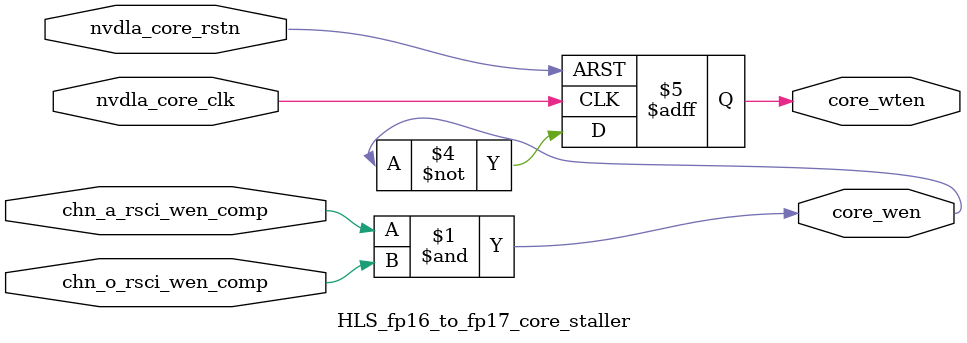
<source format=v>
module HLS_fp16_to_fp17_core_staller (
  nvdla_core_clk, nvdla_core_rstn, core_wen, chn_a_rsci_wen_comp, core_wten, chn_o_rsci_wen_comp
);
  input nvdla_core_clk;
  input nvdla_core_rstn;
  output core_wen;
  input chn_a_rsci_wen_comp;
  output core_wten;
  reg core_wten;
  input chn_o_rsci_wen_comp;
  assign core_wen = chn_a_rsci_wen_comp & chn_o_rsci_wen_comp;
  always @(posedge nvdla_core_clk or negedge nvdla_core_rstn) begin
    if ( ~ nvdla_core_rstn ) begin
      core_wten <= 1'b0;
    end
    else begin
      core_wten <= ~ core_wen;
    end
  end
endmodule
</source>
